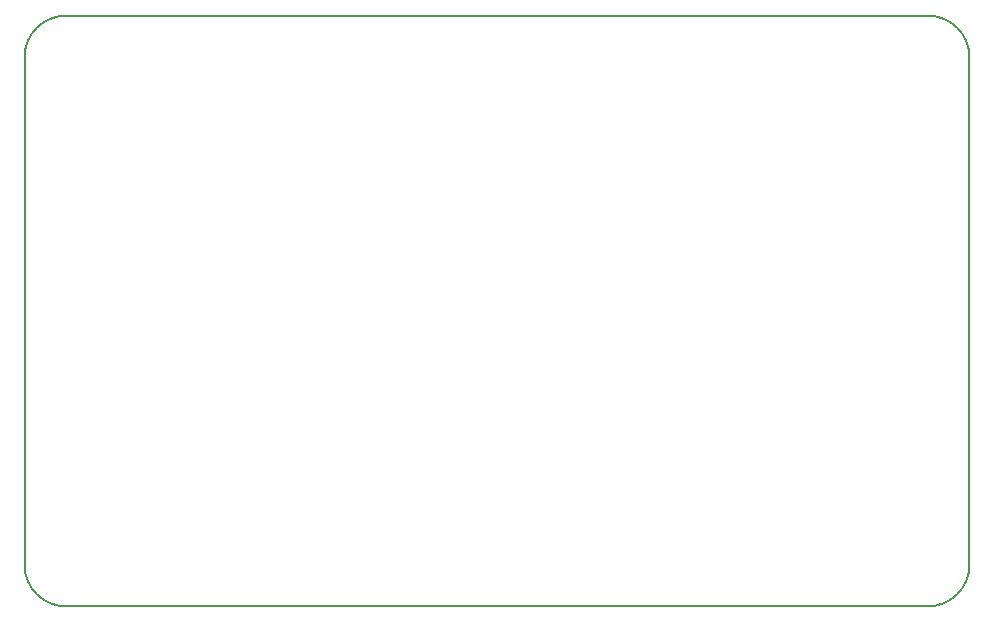
<source format=gbr>
G04 #@! TF.GenerationSoftware,KiCad,Pcbnew,5.0.1-33cea8e~68~ubuntu18.04.1*
G04 #@! TF.CreationDate,2018-11-12T14:49:47+00:00*
G04 #@! TF.ProjectId,comms,636F6D6D732E6B696361645F70636200,rev?*
G04 #@! TF.SameCoordinates,Original*
G04 #@! TF.FileFunction,Profile,NP*
%FSLAX46Y46*%
G04 Gerber Fmt 4.6, Leading zero omitted, Abs format (unit mm)*
G04 Created by KiCad (PCBNEW 5.0.1-33cea8e~68~ubuntu18.04.1) date Mon 12 Nov 2018 14:49:47 GMT*
%MOMM*%
%LPD*%
G01*
G04 APERTURE LIST*
%ADD10C,0.150000*%
G04 APERTURE END LIST*
D10*
X99758302Y-72216400D02*
X26758302Y-72216400D01*
X103258302Y-118716400D02*
X103258302Y-75716400D01*
X26758302Y-122216400D02*
X99758302Y-122216400D01*
X23258302Y-75716400D02*
X23258302Y-118716400D01*
X103258302Y-118716400D02*
G75*
G02X99758302Y-122216400I-3500000J0D01*
G01*
X26758302Y-122216400D02*
G75*
G02X23258302Y-118716400I0J3500000D01*
G01*
X23258302Y-75716400D02*
G75*
G02X26758302Y-72216400I3500000J0D01*
G01*
X99758302Y-72216400D02*
G75*
G02X103258302Y-75716400I0J-3500000D01*
G01*
M02*

</source>
